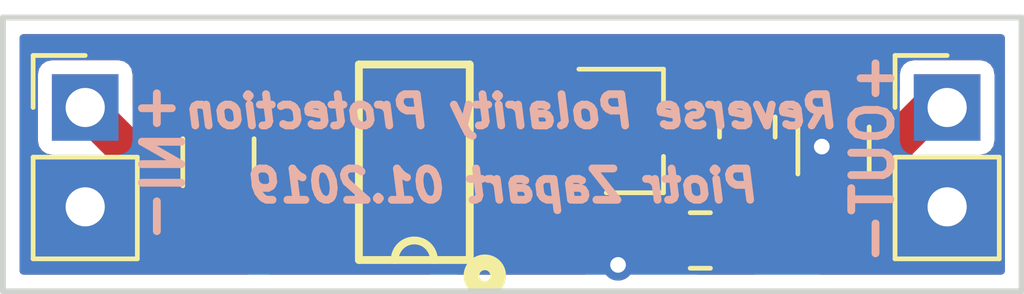
<source format=kicad_pcb>
(kicad_pcb (version 20171130) (host pcbnew 5.1.5-52549c5~84~ubuntu18.04.1)

  (general
    (thickness 1.6)
    (drawings 8)
    (tracks 20)
    (zones 0)
    (modules 9)
    (nets 6)
  )

  (page A4)
  (layers
    (0 F.Cu signal)
    (31 B.Cu signal)
    (32 B.Adhes user)
    (33 F.Adhes user)
    (34 B.Paste user)
    (35 F.Paste user)
    (36 B.SilkS user)
    (37 F.SilkS user)
    (38 B.Mask user)
    (39 F.Mask user)
    (40 Dwgs.User user)
    (41 Cmts.User user)
    (42 Eco1.User user)
    (43 Eco2.User user)
    (44 Edge.Cuts user)
    (45 Margin user)
    (46 B.CrtYd user)
    (47 F.CrtYd user)
    (48 B.Fab user hide)
    (49 F.Fab user hide)
  )

  (setup
    (last_trace_width 0.25)
    (user_trace_width 0.5)
    (user_trace_width 0.8)
    (user_trace_width 1)
    (trace_clearance 0.2)
    (zone_clearance 0.35)
    (zone_45_only no)
    (trace_min 0.2)
    (via_size 0.8)
    (via_drill 0.4)
    (via_min_size 0.4)
    (via_min_drill 0.3)
    (uvia_size 0.3)
    (uvia_drill 0.1)
    (uvias_allowed no)
    (uvia_min_size 0.2)
    (uvia_min_drill 0.1)
    (edge_width 0.15)
    (segment_width 0.2)
    (pcb_text_width 0.3)
    (pcb_text_size 1.5 1.5)
    (mod_edge_width 0.15)
    (mod_text_size 1 1)
    (mod_text_width 0.15)
    (pad_size 1.7 1.7)
    (pad_drill 1)
    (pad_to_mask_clearance 0.051)
    (solder_mask_min_width 0.25)
    (aux_axis_origin 0 0)
    (visible_elements FFFFFF7F)
    (pcbplotparams
      (layerselection 0x010fc_ffffffff)
      (usegerberextensions false)
      (usegerberattributes false)
      (usegerberadvancedattributes false)
      (creategerberjobfile false)
      (excludeedgelayer true)
      (linewidth 0.100000)
      (plotframeref false)
      (viasonmask false)
      (mode 1)
      (useauxorigin false)
      (hpglpennumber 1)
      (hpglpenspeed 20)
      (hpglpendiameter 15.000000)
      (psnegative false)
      (psa4output false)
      (plotreference true)
      (plotvalue true)
      (plotinvisibletext false)
      (padsonsilk false)
      (subtractmaskfromsilk false)
      (outputformat 1)
      (mirror false)
      (drillshape 1)
      (scaleselection 1)
      (outputdirectory ""))
  )

  (net 0 "")
  (net 1 /VTG)
  (net 2 GND)
  (net 3 "Net-(D1-Pad2)")
  (net 4 /PWR_F)
  (net 5 "Net-(F1-Pad2)")

  (net_class Default "This is the default net class."
    (clearance 0.2)
    (trace_width 0.25)
    (via_dia 0.8)
    (via_drill 0.4)
    (uvia_dia 0.3)
    (uvia_drill 0.1)
    (add_net /PWR_F)
    (add_net /VTG)
    (add_net GND)
    (add_net "Net-(D1-Pad2)")
    (add_net "Net-(F1-Pad2)")
  )

  (module NetTie:NetTie-2_SMD_Pad0.5mm (layer F.Cu) (tedit 5C3224B4) (tstamp 5C32EE51)
    (at 49 38.2 90)
    (descr "Net tie, 2 pin, 0.5mm square SMD pads")
    (tags "net tie")
    (path /5C3335D5)
    (attr virtual)
    (fp_text reference JP1 (at 0 -1.2 90) (layer F.SilkS) hide
      (effects (font (size 1 1) (thickness 0.15)))
    )
    (fp_text value FuseBypass (at 0 1.2 90) (layer F.Fab)
      (effects (font (size 1 1) (thickness 0.15)))
    )
    (fp_line (start 1 -0.5) (end -1 -0.5) (layer F.CrtYd) (width 0.05))
    (fp_line (start 1 0.5) (end 1 -0.5) (layer F.CrtYd) (width 0.05))
    (fp_line (start -1 0.5) (end 1 0.5) (layer F.CrtYd) (width 0.05))
    (fp_line (start -1 -0.5) (end -1 0.5) (layer F.CrtYd) (width 0.05))
    (fp_poly (pts (xy -0.15 -0.25) (xy -0.15 0.25) (xy 0.15 0.25) (xy 0.15 -0.25)) (layer F.Mask) (width 0.15))
    (fp_poly (pts (xy -0.5 -0.25) (xy -0.4 -0.25) (xy 0.15 0) (xy -0.4 0.25)
      (xy -0.5 0.25)) (layer F.Cu) (width 0))
    (fp_poly (pts (xy 0.5 0.25) (xy 0.4 0.25) (xy -0.15 0) (xy 0.4 -0.25)
      (xy 0.5 -0.25)) (layer F.Cu) (width 0))
    (pad 1 smd circle (at -0.5 0 90) (size 0.5 0.5) (layers F.Cu)
      (net 5 "Net-(F1-Pad2)"))
    (pad 2 smd circle (at 0.5 0 90) (size 0.5 0.5) (layers F.Cu)
      (net 4 /PWR_F))
  )

  (module H_soic:SOIC8 (layer F.Cu) (tedit 5C3224F6) (tstamp 5C322005)
    (at 54 38.2 180)
    (descr "SOIC,1.27mm pitch;8 pin,4.00mm W X 5.00mm L X 1.75mm H Body")
    (tags "CMS XXX")
    (path /5C0D9A53)
    (attr smd)
    (fp_text reference Q1 (at 0.4 1.7 180) (layer F.SilkS) hide
      (effects (font (size 0.8 0.8) (thickness 0.2)))
    )
    (fp_text value Q_PMOS_SO8 (at 0 0.3 270) (layer F.Fab)
      (effects (font (size 1.016 1.016) (thickness 0.2032)))
    )
    (fp_arc (start 0 -2.5) (end 0.5 -2.5) (angle 180) (layer F.SilkS) (width 0.2))
    (fp_circle (center -1.8 -2.9) (end -1.7 -2.8) (layer F.SilkS) (width 0.4))
    (fp_line (start 1.41478 -2.49936) (end -1.41478 -2.49936) (layer F.SilkS) (width 0.2))
    (fp_line (start -1.41478 -2.49936) (end -1.41478 2.49936) (layer F.SilkS) (width 0.2))
    (fp_line (start -1.41478 2.49936) (end 1.41478 2.49936) (layer F.SilkS) (width 0.2))
    (fp_line (start 1.41478 2.49936) (end 1.41478 -2.49936) (layer F.SilkS) (width 0.2))
    (pad 1 smd rect (at -2.69748 -1.905 180) (size 1.5494 0.59944) (layers F.Cu F.Paste F.Mask)
      (net 1 /VTG) (zone_connect 2))
    (pad 2 smd oval (at -2.69748 -0.635 180) (size 1.5494 0.59944) (layers F.Cu F.Paste F.Mask)
      (net 1 /VTG) (zone_connect 2))
    (pad 3 smd oval (at -2.69748 0.635 180) (size 1.5494 0.59944) (layers F.Cu F.Paste F.Mask)
      (net 1 /VTG) (zone_connect 2))
    (pad 4 smd oval (at -2.69748 1.905 180) (size 1.5494 0.59944) (layers F.Cu F.Paste F.Mask)
      (net 3 "Net-(D1-Pad2)"))
    (pad 5 smd oval (at 2.69748 1.905 180) (size 1.5494 0.59944) (layers F.Cu F.Paste F.Mask)
      (net 4 /PWR_F) (zone_connect 2))
    (pad 6 smd oval (at 2.69748 0.635 180) (size 1.5494 0.59944) (layers F.Cu F.Paste F.Mask)
      (net 4 /PWR_F) (zone_connect 2))
    (pad 7 smd oval (at 2.69748 -0.635 180) (size 1.5494 0.59944) (layers F.Cu F.Paste F.Mask)
      (net 4 /PWR_F) (zone_connect 2))
    (pad 8 smd oval (at 2.69748 -1.905 180) (size 1.5494 0.59944) (layers F.Cu F.Paste F.Mask)
      (net 4 /PWR_F) (zone_connect 2))
    (model Housings_SOIC.3dshapes/SOIC-8_3.9x4.9mm_Pitch1.27mm.wrl
      (at (xyz 0 0 0))
      (scale (xyz 1 1 1))
      (rotate (xyz 0 0 0))
    )
  )

  (module Connector_PinHeader_2.54mm:PinHeader_1x02_P2.54mm_Vertical (layer F.Cu) (tedit 5C321D72) (tstamp 5C32E745)
    (at 67.6 36.8)
    (descr "Through hole straight pin header, 1x02, 2.54mm pitch, single row")
    (tags "Through hole pin header THT 1x02 2.54mm single row")
    (path /5C336B0A)
    (fp_text reference J2 (at -0.1 1.3) (layer F.SilkS) hide
      (effects (font (size 1 1) (thickness 0.15)))
    )
    (fp_text value VTG (at 0 4.87) (layer F.Fab)
      (effects (font (size 1 1) (thickness 0.15)))
    )
    (fp_text user %R (at 0 1.27 90) (layer F.Fab)
      (effects (font (size 1 1) (thickness 0.15)))
    )
    (fp_line (start 1.8 -1.8) (end -1.8 -1.8) (layer F.CrtYd) (width 0.05))
    (fp_line (start 1.8 4.35) (end 1.8 -1.8) (layer F.CrtYd) (width 0.05))
    (fp_line (start -1.8 4.35) (end 1.8 4.35) (layer F.CrtYd) (width 0.05))
    (fp_line (start -1.8 -1.8) (end -1.8 4.35) (layer F.CrtYd) (width 0.05))
    (fp_line (start -1.33 -1.33) (end 0 -1.33) (layer F.SilkS) (width 0.12))
    (fp_line (start -1.33 0) (end -1.33 -1.33) (layer F.SilkS) (width 0.12))
    (fp_line (start -1.33 1.27) (end 1.33 1.27) (layer F.SilkS) (width 0.12))
    (fp_line (start 1.33 1.27) (end 1.33 3.87) (layer F.SilkS) (width 0.12))
    (fp_line (start -1.33 1.27) (end -1.33 3.87) (layer F.SilkS) (width 0.12))
    (fp_line (start -1.33 3.87) (end 1.33 3.87) (layer F.SilkS) (width 0.12))
    (fp_line (start -1.27 -0.635) (end -0.635 -1.27) (layer F.Fab) (width 0.1))
    (fp_line (start -1.27 3.81) (end -1.27 -0.635) (layer F.Fab) (width 0.1))
    (fp_line (start 1.27 3.81) (end -1.27 3.81) (layer F.Fab) (width 0.1))
    (fp_line (start 1.27 -1.27) (end 1.27 3.81) (layer F.Fab) (width 0.1))
    (fp_line (start -0.635 -1.27) (end 1.27 -1.27) (layer F.Fab) (width 0.1))
    (pad 2 thru_hole oval (at 0 2.54) (size 1.7 1.7) (drill 1) (layers *.Cu *.Mask)
      (net 2 GND) (zone_connect 2))
    (pad 1 thru_hole rect (at 0 0) (size 1.7 1.7) (drill 1) (layers *.Cu *.Mask)
      (net 1 /VTG))
    (model ${KISYS3DMOD}/Connector_PinHeader_2.54mm.3dshapes/PinHeader_1x02_P2.54mm_Vertical.wrl
      (at (xyz 0 0 0))
      (scale (xyz 1 1 1))
      (rotate (xyz 0 0 0))
    )
  )

  (module Connector_PinHeader_2.54mm:PinHeader_1x02_P2.54mm_Vertical (layer F.Cu) (tedit 5C321D39) (tstamp 5C32E730)
    (at 45.6 36.8)
    (descr "Through hole straight pin header, 1x02, 2.54mm pitch, single row")
    (tags "Through hole pin header THT 1x02 2.54mm single row")
    (path /5C0E1E7B)
    (fp_text reference J1 (at 0 -2.33) (layer F.SilkS) hide
      (effects (font (size 1 1) (thickness 0.15)))
    )
    (fp_text value VTG (at 0 4.87) (layer F.Fab)
      (effects (font (size 1 1) (thickness 0.15)))
    )
    (fp_line (start -0.635 -1.27) (end 1.27 -1.27) (layer F.Fab) (width 0.1))
    (fp_line (start 1.27 -1.27) (end 1.27 3.81) (layer F.Fab) (width 0.1))
    (fp_line (start 1.27 3.81) (end -1.27 3.81) (layer F.Fab) (width 0.1))
    (fp_line (start -1.27 3.81) (end -1.27 -0.635) (layer F.Fab) (width 0.1))
    (fp_line (start -1.27 -0.635) (end -0.635 -1.27) (layer F.Fab) (width 0.1))
    (fp_line (start -1.33 3.87) (end 1.33 3.87) (layer F.SilkS) (width 0.12))
    (fp_line (start -1.33 1.27) (end -1.33 3.87) (layer F.SilkS) (width 0.12))
    (fp_line (start 1.33 1.27) (end 1.33 3.87) (layer F.SilkS) (width 0.12))
    (fp_line (start -1.33 1.27) (end 1.33 1.27) (layer F.SilkS) (width 0.12))
    (fp_line (start -1.33 0) (end -1.33 -1.33) (layer F.SilkS) (width 0.12))
    (fp_line (start -1.33 -1.33) (end 0 -1.33) (layer F.SilkS) (width 0.12))
    (fp_line (start -1.8 -1.8) (end -1.8 4.35) (layer F.CrtYd) (width 0.05))
    (fp_line (start -1.8 4.35) (end 1.8 4.35) (layer F.CrtYd) (width 0.05))
    (fp_line (start 1.8 4.35) (end 1.8 -1.8) (layer F.CrtYd) (width 0.05))
    (fp_line (start 1.8 -1.8) (end -1.8 -1.8) (layer F.CrtYd) (width 0.05))
    (fp_text user %R (at 0 1.27 90) (layer F.Fab)
      (effects (font (size 1 1) (thickness 0.15)))
    )
    (pad 1 thru_hole rect (at 0 0) (size 1.7 1.7) (drill 1) (layers *.Cu *.Mask)
      (net 5 "Net-(F1-Pad2)"))
    (pad 2 thru_hole oval (at 0 2.54) (size 1.7 1.7) (drill 1) (layers *.Cu *.Mask)
      (net 2 GND) (zone_connect 2))
    (model ${KISYS3DMOD}/Connector_PinHeader_2.54mm.3dshapes/PinHeader_1x02_P2.54mm_Vertical.wrl
      (at (xyz 0 0 0))
      (scale (xyz 1 1 1))
      (rotate (xyz 0 0 0))
    )
  )

  (module Capacitor_SMD:C_1206_3216Metric (layer F.Cu) (tedit 5C321D6A) (tstamp 5C32220E)
    (at 64.7 37.9 90)
    (descr "Capacitor SMD 1206 (3216 Metric), square (rectangular) end terminal, IPC_7351 nominal, (Body size source: http://www.tortai-tech.com/upload/download/2011102023233369053.pdf), generated with kicad-footprint-generator")
    (tags capacitor)
    (path /5C334550)
    (attr smd)
    (fp_text reference C1 (at 0.2 0 90) (layer F.SilkS) hide
      (effects (font (size 1 1) (thickness 0.15)))
    )
    (fp_text value 10u (at 0 1.82 90) (layer F.Fab)
      (effects (font (size 1 1) (thickness 0.15)))
    )
    (fp_line (start -1.6 0.8) (end -1.6 -0.8) (layer F.Fab) (width 0.1))
    (fp_line (start -1.6 -0.8) (end 1.6 -0.8) (layer F.Fab) (width 0.1))
    (fp_line (start 1.6 -0.8) (end 1.6 0.8) (layer F.Fab) (width 0.1))
    (fp_line (start 1.6 0.8) (end -1.6 0.8) (layer F.Fab) (width 0.1))
    (fp_line (start -0.602064 -0.91) (end 0.602064 -0.91) (layer F.SilkS) (width 0.12))
    (fp_line (start -0.602064 0.91) (end 0.602064 0.91) (layer F.SilkS) (width 0.12))
    (fp_line (start -2.28 1.12) (end -2.28 -1.12) (layer F.CrtYd) (width 0.05))
    (fp_line (start -2.28 -1.12) (end 2.28 -1.12) (layer F.CrtYd) (width 0.05))
    (fp_line (start 2.28 -1.12) (end 2.28 1.12) (layer F.CrtYd) (width 0.05))
    (fp_line (start 2.28 1.12) (end -2.28 1.12) (layer F.CrtYd) (width 0.05))
    (fp_text user %R (at 0 0 90) (layer F.Fab)
      (effects (font (size 0.8 0.8) (thickness 0.12)))
    )
    (pad 1 smd roundrect (at -1.4 0 90) (size 1.25 1.75) (layers F.Cu F.Paste F.Mask) (roundrect_rratio 0.2)
      (net 1 /VTG))
    (pad 2 smd roundrect (at 1.4 0 90) (size 1.25 1.75) (layers F.Cu F.Paste F.Mask) (roundrect_rratio 0.2)
      (net 2 GND))
    (model ${KISYS3DMOD}/Capacitor_SMD.3dshapes/C_1206_3216Metric.wrl
      (at (xyz 0 0 0))
      (scale (xyz 1 1 1))
      (rotate (xyz 0 0 0))
    )
  )

  (module Capacitor_SMD:C_0805_2012Metric (layer F.Cu) (tedit 5C321D57) (tstamp 5C3221DE)
    (at 61.3 40.2 180)
    (descr "Capacitor SMD 0805 (2012 Metric), square (rectangular) end terminal, IPC_7351 nominal, (Body size source: https://docs.google.com/spreadsheets/d/1BsfQQcO9C6DZCsRaXUlFlo91Tg2WpOkGARC1WS5S8t0/edit?usp=sharing), generated with kicad-footprint-generator")
    (tags capacitor)
    (path /5C335350)
    (attr smd)
    (fp_text reference C2 (at 0 -1.65 180) (layer F.SilkS) hide
      (effects (font (size 1 1) (thickness 0.15)))
    )
    (fp_text value 100n (at 0 1.65 180) (layer F.Fab)
      (effects (font (size 1 1) (thickness 0.15)))
    )
    (fp_line (start -1 0.6) (end -1 -0.6) (layer F.Fab) (width 0.1))
    (fp_line (start -1 -0.6) (end 1 -0.6) (layer F.Fab) (width 0.1))
    (fp_line (start 1 -0.6) (end 1 0.6) (layer F.Fab) (width 0.1))
    (fp_line (start 1 0.6) (end -1 0.6) (layer F.Fab) (width 0.1))
    (fp_line (start -0.258578 -0.71) (end 0.258578 -0.71) (layer F.SilkS) (width 0.12))
    (fp_line (start -0.258578 0.71) (end 0.258578 0.71) (layer F.SilkS) (width 0.12))
    (fp_line (start -1.68 0.95) (end -1.68 -0.95) (layer F.CrtYd) (width 0.05))
    (fp_line (start -1.68 -0.95) (end 1.68 -0.95) (layer F.CrtYd) (width 0.05))
    (fp_line (start 1.68 -0.95) (end 1.68 0.95) (layer F.CrtYd) (width 0.05))
    (fp_line (start 1.68 0.95) (end -1.68 0.95) (layer F.CrtYd) (width 0.05))
    (fp_text user %R (at 0 0 180) (layer F.Fab)
      (effects (font (size 0.5 0.5) (thickness 0.08)))
    )
    (pad 1 smd roundrect (at -0.9375 0 180) (size 0.975 1.4) (layers F.Cu F.Paste F.Mask) (roundrect_rratio 0.25)
      (net 1 /VTG) (zone_connect 2))
    (pad 2 smd roundrect (at 0.9375 0 180) (size 0.975 1.4) (layers F.Cu F.Paste F.Mask) (roundrect_rratio 0.25)
      (net 2 GND))
    (model ${KISYS3DMOD}/Capacitor_SMD.3dshapes/C_0805_2012Metric.wrl
      (at (xyz 0 0 0))
      (scale (xyz 1 1 1))
      (rotate (xyz 0 0 0))
    )
  )

  (module Diode_SMD:D_SOT-23_ANK (layer F.Cu) (tedit 5C321D53) (tstamp 5C32219C)
    (at 59.6 37.4)
    (descr "SOT-23, Single Diode")
    (tags SOT-23)
    (path /5C0F0E8C)
    (attr smd)
    (fp_text reference D1 (at 0 -2.5) (layer F.SilkS) hide
      (effects (font (size 1 1) (thickness 0.15)))
    )
    (fp_text value BZX84C9V1 (at 0 2.5) (layer F.Fab)
      (effects (font (size 1 1) (thickness 0.15)))
    )
    (fp_text user %R (at 0 -2.5) (layer F.Fab)
      (effects (font (size 1 1) (thickness 0.15)))
    )
    (fp_line (start -0.15 -0.45) (end -0.4 -0.45) (layer F.Fab) (width 0.1))
    (fp_line (start -0.15 -0.25) (end 0.15 -0.45) (layer F.Fab) (width 0.1))
    (fp_line (start -0.15 -0.65) (end -0.15 -0.25) (layer F.Fab) (width 0.1))
    (fp_line (start 0.15 -0.45) (end -0.15 -0.65) (layer F.Fab) (width 0.1))
    (fp_line (start 0.15 -0.45) (end 0.4 -0.45) (layer F.Fab) (width 0.1))
    (fp_line (start 0.15 -0.65) (end 0.15 -0.25) (layer F.Fab) (width 0.1))
    (fp_line (start 0.76 1.58) (end 0.76 0.65) (layer F.SilkS) (width 0.12))
    (fp_line (start 0.76 -1.58) (end 0.76 -0.65) (layer F.SilkS) (width 0.12))
    (fp_line (start 0.7 -1.52) (end 0.7 1.52) (layer F.Fab) (width 0.1))
    (fp_line (start -0.7 1.52) (end 0.7 1.52) (layer F.Fab) (width 0.1))
    (fp_line (start -1.7 -1.75) (end 1.7 -1.75) (layer F.CrtYd) (width 0.05))
    (fp_line (start 1.7 -1.75) (end 1.7 1.75) (layer F.CrtYd) (width 0.05))
    (fp_line (start 1.7 1.75) (end -1.7 1.75) (layer F.CrtYd) (width 0.05))
    (fp_line (start -1.7 1.75) (end -1.7 -1.75) (layer F.CrtYd) (width 0.05))
    (fp_line (start 0.76 -1.58) (end -1.4 -1.58) (layer F.SilkS) (width 0.12))
    (fp_line (start -0.7 -1.52) (end 0.7 -1.52) (layer F.Fab) (width 0.1))
    (fp_line (start -0.7 -1.52) (end -0.7 1.52) (layer F.Fab) (width 0.1))
    (fp_line (start 0.76 1.58) (end -0.7 1.58) (layer F.SilkS) (width 0.12))
    (pad 2 smd rect (at -1 -0.95) (size 0.9 0.8) (layers F.Cu F.Paste F.Mask)
      (net 3 "Net-(D1-Pad2)"))
    (pad "" smd rect (at -1 0.95) (size 0.9 0.8) (layers F.Cu F.Paste F.Mask))
    (pad 1 smd rect (at 1 0) (size 0.9 0.8) (layers F.Cu F.Paste F.Mask)
      (net 1 /VTG))
    (model ${KISYS3DMOD}/Diode_SMD.3dshapes/D_SOT-23.wrl
      (at (xyz 0 0 0))
      (scale (xyz 1 1 1))
      (rotate (xyz 0 0 0))
    )
  )

  (module Fuse:Fuse_1206_3216Metric (layer F.Cu) (tedit 5C321D47) (tstamp 5C322163)
    (at 49 38.199999 270)
    (descr "Fuse SMD 1206 (3216 Metric), square (rectangular) end terminal, IPC_7351 nominal, (Body size source: http://www.tortai-tech.com/upload/download/2011102023233369053.pdf), generated with kicad-footprint-generator")
    (tags resistor)
    (path /5C0AD188)
    (attr smd)
    (fp_text reference F1 (at 0.000001 -1.2 270) (layer F.SilkS) hide
      (effects (font (size 1 1) (thickness 0.15)))
    )
    (fp_text value 100mA (at 0 1.82 270) (layer F.Fab)
      (effects (font (size 1 1) (thickness 0.15)))
    )
    (fp_line (start -1.6 0.8) (end -1.6 -0.8) (layer F.Fab) (width 0.1))
    (fp_line (start -1.6 -0.8) (end 1.6 -0.8) (layer F.Fab) (width 0.1))
    (fp_line (start 1.6 -0.8) (end 1.6 0.8) (layer F.Fab) (width 0.1))
    (fp_line (start 1.6 0.8) (end -1.6 0.8) (layer F.Fab) (width 0.1))
    (fp_line (start -0.602064 -0.91) (end 0.602064 -0.91) (layer F.SilkS) (width 0.12))
    (fp_line (start -0.602064 0.91) (end 0.602064 0.91) (layer F.SilkS) (width 0.12))
    (fp_line (start -2.28 1.12) (end -2.28 -1.12) (layer F.CrtYd) (width 0.05))
    (fp_line (start -2.28 -1.12) (end 2.28 -1.12) (layer F.CrtYd) (width 0.05))
    (fp_line (start 2.28 -1.12) (end 2.28 1.12) (layer F.CrtYd) (width 0.05))
    (fp_line (start 2.28 1.12) (end -2.28 1.12) (layer F.CrtYd) (width 0.05))
    (fp_text user %R (at 0 0 270) (layer F.Fab)
      (effects (font (size 0.8 0.8) (thickness 0.12)))
    )
    (pad 1 smd roundrect (at -1.4 0 270) (size 1.25 1.75) (layers F.Cu F.Paste F.Mask) (roundrect_rratio 0.2)
      (net 4 /PWR_F) (zone_connect 2))
    (pad 2 smd roundrect (at 1.4 0 270) (size 1.25 1.75) (layers F.Cu F.Paste F.Mask) (roundrect_rratio 0.2)
      (net 5 "Net-(F1-Pad2)"))
    (model ${KISYS3DMOD}/Fuse.3dshapes/Fuse_1206_3216Metric.wrl
      (at (xyz 0 0 0))
      (scale (xyz 1 1 1))
      (rotate (xyz 0 0 0))
    )
  )

  (module Resistor_SMD:R_0805_2012Metric (layer F.Cu) (tedit 5C321D63) (tstamp 5C321FD4)
    (at 62.5 37.3 270)
    (descr "Resistor SMD 0805 (2012 Metric), square (rectangular) end terminal, IPC_7351 nominal, (Body size source: https://docs.google.com/spreadsheets/d/1BsfQQcO9C6DZCsRaXUlFlo91Tg2WpOkGARC1WS5S8t0/edit?usp=sharing), generated with kicad-footprint-generator")
    (tags resistor)
    (path /5C0E8A2D)
    (attr smd)
    (fp_text reference R1 (at -0.1 -0.1 270) (layer F.SilkS) hide
      (effects (font (size 1 1) (thickness 0.15)))
    )
    (fp_text value 100k (at 0 1.65 270) (layer F.Fab)
      (effects (font (size 1 1) (thickness 0.15)))
    )
    (fp_line (start -1 0.6) (end -1 -0.6) (layer F.Fab) (width 0.1))
    (fp_line (start -1 -0.6) (end 1 -0.6) (layer F.Fab) (width 0.1))
    (fp_line (start 1 -0.6) (end 1 0.6) (layer F.Fab) (width 0.1))
    (fp_line (start 1 0.6) (end -1 0.6) (layer F.Fab) (width 0.1))
    (fp_line (start -0.258578 -0.71) (end 0.258578 -0.71) (layer F.SilkS) (width 0.12))
    (fp_line (start -0.258578 0.71) (end 0.258578 0.71) (layer F.SilkS) (width 0.12))
    (fp_line (start -1.68 0.95) (end -1.68 -0.95) (layer F.CrtYd) (width 0.05))
    (fp_line (start -1.68 -0.95) (end 1.68 -0.95) (layer F.CrtYd) (width 0.05))
    (fp_line (start 1.68 -0.95) (end 1.68 0.95) (layer F.CrtYd) (width 0.05))
    (fp_line (start 1.68 0.95) (end -1.68 0.95) (layer F.CrtYd) (width 0.05))
    (fp_text user %R (at 0 0 270) (layer F.Fab)
      (effects (font (size 0.5 0.5) (thickness 0.08)))
    )
    (pad 1 smd roundrect (at -0.9375 0 270) (size 0.975 1.4) (layers F.Cu F.Paste F.Mask) (roundrect_rratio 0.25)
      (net 3 "Net-(D1-Pad2)"))
    (pad 2 smd roundrect (at 0.9375 0 270) (size 0.975 1.4) (layers F.Cu F.Paste F.Mask) (roundrect_rratio 0.25)
      (net 2 GND))
    (model ${KISYS3DMOD}/Resistor_SMD.3dshapes/R_0805_2012Metric.wrl
      (at (xyz 0 0 0))
      (scale (xyz 1 1 1))
      (rotate (xyz 0 0 0))
    )
  )

  (gr_text +OUT- (at 65.7 38.1 90) (layer B.SilkS) (tstamp 5C3315E9)
    (effects (font (size 1 1) (thickness 0.2)) (justify mirror))
  )
  (gr_text -IN+ (at 47.5 38.2 270) (layer B.SilkS)
    (effects (font (size 1 1) (thickness 0.2)) (justify mirror))
  )
  (gr_text "Piotr Zapart 01.2019" (at 56.3 38.8) (layer B.SilkS) (tstamp 5C33158B)
    (effects (font (size 0.8 0.8) (thickness 0.2) italic) (justify mirror))
  )
  (gr_text "Reverse Polarity Protection" (at 56.5 36.9) (layer B.SilkS)
    (effects (font (size 0.8 0.8) (thickness 0.2) italic) (justify mirror))
  )
  (gr_line (start 43.5 41.5) (end 43.5 34.5) (layer Edge.Cuts) (width 0.15))
  (gr_line (start 69.5 41.5) (end 43.5 41.5) (layer Edge.Cuts) (width 0.15))
  (gr_line (start 69.5 34.5) (end 69.5 41.5) (layer Edge.Cuts) (width 0.15))
  (gr_line (start 43.5 34.5) (end 69.5 34.5) (layer Edge.Cuts) (width 0.15))

  (segment (start 67.2 36.8) (end 64.7 39.3) (width 1) (layer F.Cu) (net 1))
  (segment (start 67.6 36.8) (end 67.2 36.8) (width 1) (layer F.Cu) (net 1))
  (segment (start 63.8 40.2) (end 62.2375 40.2) (width 1) (layer F.Cu) (net 1))
  (segment (start 64.7 39.3) (end 63.8 40.2) (width 1) (layer F.Cu) (net 1))
  (segment (start 62.5 38.2375) (end 62.9625 38.2375) (width 0.5) (layer F.Cu) (net 2))
  (via (at 59.2 40.824896) (size 0.8) (drill 0.4) (layers F.Cu B.Cu) (net 2))
  (segment (start 59.737604 40.824896) (end 59.2 40.824896) (width 0.25) (layer F.Cu) (net 2))
  (segment (start 60.3625 40.2) (end 59.737604 40.824896) (width 0.25) (layer F.Cu) (net 2))
  (via (at 64.4 37.8) (size 0.8) (drill 0.4) (layers F.Cu B.Cu) (net 2))
  (segment (start 64.7 36.5) (end 64.7 37.5) (width 0.25) (layer F.Cu) (net 2))
  (segment (start 64.7 37.5) (end 64.4 37.8) (width 0.25) (layer F.Cu) (net 2))
  (segment (start 56.70248 36.3) (end 56.69748 36.295) (width 0.25) (layer F.Cu) (net 3))
  (segment (start 58.6 36.45) (end 58.45 36.3) (width 0.25) (layer F.Cu) (net 3))
  (segment (start 58.45 36.3) (end 56.70248 36.3) (width 0.25) (layer F.Cu) (net 3))
  (segment (start 58.6875 36.3625) (end 58.6 36.45) (width 0.25) (layer F.Cu) (net 3))
  (segment (start 62.5 36.3625) (end 58.6875 36.3625) (width 0.25) (layer F.Cu) (net 3))
  (segment (start 49 36.799999) (end 49 37.7) (width 0.8) (layer F.Cu) (net 4))
  (segment (start 48.399999 39.599999) (end 45.6 36.8) (width 1) (layer F.Cu) (net 5))
  (segment (start 49 39.599999) (end 48.399999 39.599999) (width 1) (layer F.Cu) (net 5))
  (segment (start 49 39.599999) (end 49 38.7) (width 0.8) (layer F.Cu) (net 5))

  (zone (net 1) (net_name /VTG) (layer F.Cu) (tstamp 0) (hatch edge 0.508)
    (priority 1)
    (connect_pads (clearance 0.35))
    (min_thickness 0.2)
    (fill yes (arc_segments 16) (thermal_gap 0.35) (thermal_bridge_width 0.35))
    (polygon
      (pts
        (xy 55 37) (xy 61.5 37) (xy 61.5 38.9) (xy 62 39.4) (xy 62.9 39.4)
        (xy 62.9 40.9) (xy 62.6 41.2) (xy 55 41.2)
      )
    )
    (filled_polygon
      (pts
        (xy 57.825568 37.174432) (xy 57.974419 37.273891) (xy 58.15 37.308816) (xy 59.05 37.308816) (xy 59.225581 37.273891)
        (xy 59.374432 37.174432) (xy 59.424166 37.1) (xy 59.7 37.1) (xy 59.7 37.2125) (xy 59.8125 37.325)
        (xy 60.525 37.325) (xy 60.525 37.305) (xy 60.675 37.305) (xy 60.675 37.325) (xy 60.695 37.325)
        (xy 60.695 37.475) (xy 60.675 37.475) (xy 60.675 38.1375) (xy 60.7875 38.25) (xy 61.139511 38.25)
        (xy 61.304905 38.181491) (xy 61.341184 38.145212) (xy 61.341184 38.48125) (xy 61.394664 38.75011) (xy 61.4 38.758096)
        (xy 61.4 38.9) (xy 61.407612 38.938268) (xy 61.429289 38.970711) (xy 61.929289 39.470711) (xy 61.961732 39.492388)
        (xy 62 39.5) (xy 62.8 39.5) (xy 62.8 40.858578) (xy 62.683578 40.975) (xy 61.222001 40.975)
        (xy 61.255336 40.92511) (xy 61.308816 40.65625) (xy 61.308816 39.74375) (xy 61.255336 39.47489) (xy 61.103039 39.246961)
        (xy 60.87511 39.094664) (xy 60.60625 39.041184) (xy 60.11875 39.041184) (xy 59.84989 39.094664) (xy 59.621961 39.246961)
        (xy 59.469664 39.47489) (xy 59.416184 39.74375) (xy 59.416184 39.994409) (xy 59.369075 39.974896) (xy 59.030925 39.974896)
        (xy 58.718514 40.104301) (xy 58.479405 40.34341) (xy 58.35 40.655821) (xy 58.35 40.975) (xy 55.1 40.975)
        (xy 55.1 37.95) (xy 57.691184 37.95) (xy 57.691184 38.75) (xy 57.726109 38.925581) (xy 57.825568 39.074432)
        (xy 57.974419 39.173891) (xy 58.15 39.208816) (xy 59.05 39.208816) (xy 59.225581 39.173891) (xy 59.374432 39.074432)
        (xy 59.473891 38.925581) (xy 59.508816 38.75) (xy 59.508816 37.95) (xy 59.473891 37.774419) (xy 59.374432 37.625568)
        (xy 59.31746 37.5875) (xy 59.7 37.5875) (xy 59.7 37.88951) (xy 59.768508 38.054904) (xy 59.895095 38.181491)
        (xy 60.060489 38.25) (xy 60.4125 38.25) (xy 60.525 38.1375) (xy 60.525 37.475) (xy 59.8125 37.475)
        (xy 59.7 37.5875) (xy 59.31746 37.5875) (xy 59.225581 37.526109) (xy 59.05 37.491184) (xy 58.15 37.491184)
        (xy 57.974419 37.526109) (xy 57.825568 37.625568) (xy 57.726109 37.774419) (xy 57.691184 37.95) (xy 55.1 37.95)
        (xy 55.1 37.1) (xy 57.775834 37.1)
      )
    )
  )
  (zone (net 4) (net_name /PWR_F) (layer F.Cu) (tstamp 0) (hatch edge 0.508)
    (priority 1)
    (connect_pads (clearance 0.35))
    (min_thickness 0.2)
    (fill yes (arc_segments 16) (thermal_gap 0.35) (thermal_bridge_width 0.35))
    (polygon
      (pts
        (xy 54.5 41.2) (xy 54.5 35.8) (xy 48 35.8) (xy 48 37.4) (xy 49.9 37.4)
        (xy 50.2 37.7) (xy 50.2 41.3)
      )
    )
    (filled_polygon
      (pts
        (xy 54.4 40.975) (xy 50.3 40.975) (xy 50.3 40.145005) (xy 50.333816 39.974999) (xy 50.333816 39.224999)
        (xy 50.3 39.054993) (xy 50.3 37.7) (xy 50.292388 37.661732) (xy 50.270711 37.629289) (xy 49.970711 37.329289)
        (xy 49.938268 37.307612) (xy 49.9 37.3) (xy 49.445773 37.3) (xy 49.422208 37.284254) (xy 49.328349 37.265585)
        (xy 49.368769 37.225165) (xy 49.356511 37.081707) (xy 49.092763 36.99234) (xy 48.814891 37.010709) (xy 48.643489 37.081707)
        (xy 48.631231 37.225165) (xy 48.671651 37.265585) (xy 48.577792 37.284254) (xy 48.554227 37.3) (xy 48.1 37.3)
        (xy 48.1 35.9) (xy 54.4 35.9)
      )
    )
  )
  (zone (net 2) (net_name GND) (layer B.Cu) (tstamp 0) (hatch edge 0.508)
    (connect_pads (clearance 0.35))
    (min_thickness 0.2)
    (fill yes (arc_segments 16) (thermal_gap 0.35) (thermal_bridge_width 0.35))
    (polygon
      (pts
        (xy 69.5 34.5) (xy 43.5 34.5) (xy 43.5 41.5) (xy 69.5 41.5)
      )
    )
    (filled_polygon
      (pts
        (xy 68.975001 40.975) (xy 44.025 40.975) (xy 44.025 35.95) (xy 44.291184 35.95) (xy 44.291184 37.65)
        (xy 44.326109 37.825581) (xy 44.425568 37.974432) (xy 44.574419 38.073891) (xy 44.75 38.108816) (xy 46.45 38.108816)
        (xy 46.625581 38.073891) (xy 46.774432 37.974432) (xy 46.873891 37.825581) (xy 46.908816 37.65) (xy 46.908816 35.95)
        (xy 66.291184 35.95) (xy 66.291184 37.65) (xy 66.326109 37.825581) (xy 66.425568 37.974432) (xy 66.574419 38.073891)
        (xy 66.75 38.108816) (xy 68.45 38.108816) (xy 68.625581 38.073891) (xy 68.774432 37.974432) (xy 68.873891 37.825581)
        (xy 68.908816 37.65) (xy 68.908816 35.95) (xy 68.873891 35.774419) (xy 68.774432 35.625568) (xy 68.625581 35.526109)
        (xy 68.45 35.491184) (xy 66.75 35.491184) (xy 66.574419 35.526109) (xy 66.425568 35.625568) (xy 66.326109 35.774419)
        (xy 66.291184 35.95) (xy 46.908816 35.95) (xy 46.873891 35.774419) (xy 46.774432 35.625568) (xy 46.625581 35.526109)
        (xy 46.45 35.491184) (xy 44.75 35.491184) (xy 44.574419 35.526109) (xy 44.425568 35.625568) (xy 44.326109 35.774419)
        (xy 44.291184 35.95) (xy 44.025 35.95) (xy 44.025 35.025) (xy 68.975 35.025)
      )
    )
  )
  (zone (net 2) (net_name GND) (layer F.Cu) (tstamp 5C33078A) (hatch edge 0.508)
    (connect_pads (clearance 0.35))
    (min_thickness 0.2)
    (fill yes (arc_segments 16) (thermal_gap 0.35) (thermal_bridge_width 0.35))
    (polygon
      (pts
        (xy 69.5 34.5) (xy 43.5 34.5) (xy 43.5 41.5) (xy 69.5 41.5)
      )
    )
    (filled_polygon
      (pts
        (xy 68.975001 40.975) (xy 64.350084 40.975) (xy 64.484911 40.884911) (xy 64.537911 40.805591) (xy 64.959687 40.383816)
        (xy 65.325 40.383816) (xy 65.596252 40.329861) (xy 65.826209 40.176209) (xy 65.979861 39.946252) (xy 66.033816 39.675)
        (xy 66.033816 39.309686) (xy 67.234687 38.108816) (xy 68.45 38.108816) (xy 68.625581 38.073891) (xy 68.774432 37.974432)
        (xy 68.873891 37.825581) (xy 68.908816 37.65) (xy 68.908816 35.95) (xy 68.873891 35.774419) (xy 68.774432 35.625568)
        (xy 68.625581 35.526109) (xy 68.45 35.491184) (xy 66.75 35.491184) (xy 66.574419 35.526109) (xy 66.425568 35.625568)
        (xy 66.326109 35.774419) (xy 66.291184 35.95) (xy 66.291184 36.365313) (xy 65.996999 36.659499) (xy 65.9125 36.575)
        (xy 64.775 36.575) (xy 64.775 37.4625) (xy 64.8875 37.575) (xy 65.081498 37.575) (xy 64.440314 38.216184)
        (xy 64.075 38.216184) (xy 63.803748 38.270139) (xy 63.61875 38.39375) (xy 63.5375 38.3125) (xy 62.575 38.3125)
        (xy 62.575 38.3325) (xy 62.425 38.3325) (xy 62.425 38.3125) (xy 62.405 38.3125) (xy 62.405 38.1625)
        (xy 62.425 38.1625) (xy 62.425 38.1425) (xy 62.575 38.1425) (xy 62.575 38.1625) (xy 63.5375 38.1625)
        (xy 63.65 38.05) (xy 63.65 37.660489) (xy 63.58955 37.51455) (xy 63.73549 37.575) (xy 64.5125 37.575)
        (xy 64.625 37.4625) (xy 64.625 36.575) (xy 64.605 36.575) (xy 64.605 36.425) (xy 64.625 36.425)
        (xy 64.625 35.5375) (xy 64.775 35.5375) (xy 64.775 36.425) (xy 65.9125 36.425) (xy 66.025 36.3125)
        (xy 66.025 35.785489) (xy 65.956491 35.620095) (xy 65.829904 35.493508) (xy 65.66451 35.425) (xy 64.8875 35.425)
        (xy 64.775 35.5375) (xy 64.625 35.5375) (xy 64.5125 35.425) (xy 63.73549 35.425) (xy 63.570096 35.493508)
        (xy 63.446208 35.617396) (xy 63.22511 35.469664) (xy 62.95625 35.416184) (xy 62.04375 35.416184) (xy 61.77489 35.469664)
        (xy 61.546961 35.621961) (xy 61.436352 35.7875) (xy 59.415814 35.7875) (xy 59.374432 35.725568) (xy 59.225581 35.626109)
        (xy 59.05 35.591184) (xy 58.15 35.591184) (xy 57.974419 35.626109) (xy 57.826418 35.725) (xy 57.668853 35.725)
        (xy 57.464986 35.58878) (xy 57.246297 35.54528) (xy 56.148663 35.54528) (xy 55.929974 35.58878) (xy 55.681983 35.754483)
        (xy 55.51628 36.002474) (xy 55.458093 36.295) (xy 55.508816 36.55) (xy 55 36.55) (xy 54.95 36.559946)
        (xy 54.95 35.8) (xy 54.915746 35.627792) (xy 54.818198 35.481802) (xy 54.672208 35.384254) (xy 54.5 35.35)
        (xy 48 35.35) (xy 47.827792 35.384254) (xy 47.681802 35.481802) (xy 47.584254 35.627792) (xy 47.55 35.8)
        (xy 47.55 37.4) (xy 47.551613 37.408111) (xy 46.908816 36.765314) (xy 46.908816 35.95) (xy 46.873891 35.774419)
        (xy 46.774432 35.625568) (xy 46.625581 35.526109) (xy 46.45 35.491184) (xy 44.75 35.491184) (xy 44.574419 35.526109)
        (xy 44.425568 35.625568) (xy 44.326109 35.774419) (xy 44.291184 35.95) (xy 44.291184 37.65) (xy 44.326109 37.825581)
        (xy 44.425568 37.974432) (xy 44.574419 38.073891) (xy 44.75 38.108816) (xy 45.565314 38.108816) (xy 47.66209 40.205593)
        (xy 47.715088 40.28491) (xy 47.770878 40.322188) (xy 47.873791 40.476208) (xy 48.103748 40.62986) (xy 48.375 40.683815)
        (xy 49.625 40.683815) (xy 49.75 40.658951) (xy 49.75 40.975) (xy 44.025 40.975) (xy 44.025 35.025)
        (xy 68.975 35.025)
      )
    )
  )
)

</source>
